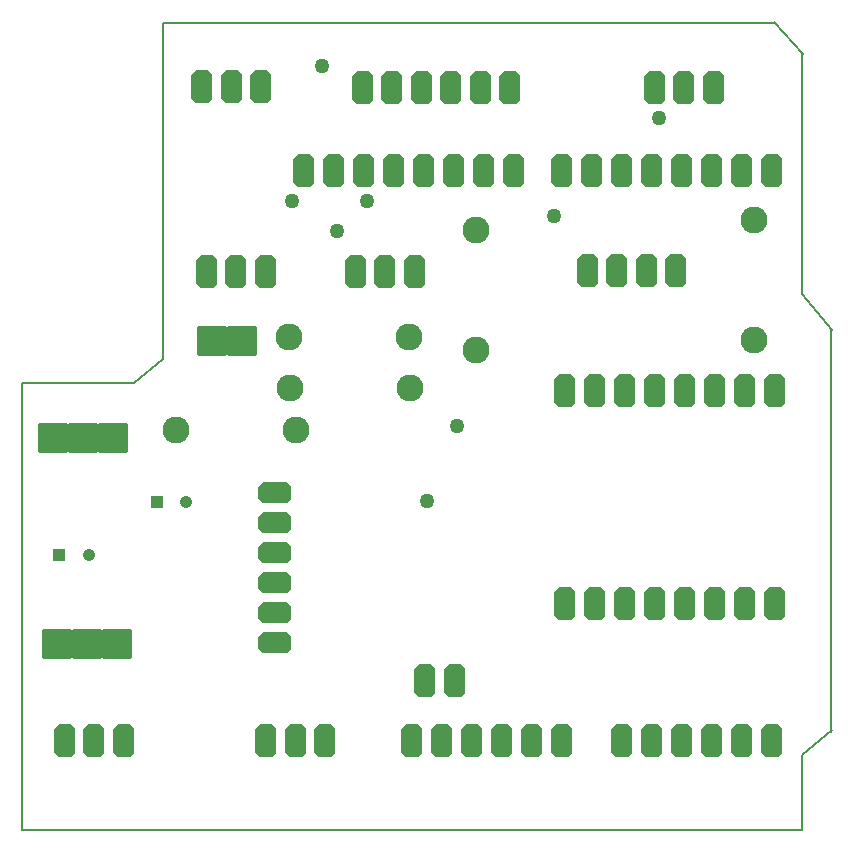
<source format=gbr>
G04 PROTEUS RS274X GERBER FILE*
%FSLAX26Y26*%
%MOIN*%
G01*
%ADD24C,0.050000*%
%AMPPAD017*
4,1,8,
-0.020071,0.055000,
0.020071,0.055000,
0.035000,0.040071,
0.035000,-0.040071,
0.020071,-0.055000,
-0.020071,-0.055000,
-0.035000,-0.040071,
-0.035000,0.040071,
-0.020071,0.055000,
0*%
%ADD25PPAD017*%
%AMPPAD018*
4,1,8,
0.055000,0.020071,
0.055000,-0.020071,
0.040071,-0.035000,
-0.040071,-0.035000,
-0.055000,-0.020071,
-0.055000,0.020071,
-0.040071,0.035000,
0.040071,0.035000,
0.055000,0.020071,
0*%
%ADD26PPAD018*%
%ADD27C,0.090000*%
%AMPPAD020*
4,1,48,
-0.040000,0.050000,
0.040000,0.050000,
0.041039,0.049950,
0.042044,0.049801,
0.043011,0.049559,
0.044812,0.048814,
0.046404,0.047750,
0.047750,0.046403,
0.048813,0.044812,
0.049559,0.043011,
0.049801,0.042044,
0.049950,0.041039,
0.050000,0.040000,
0.050000,-0.040000,
0.049950,-0.041039,
0.049801,-0.042044,
0.049559,-0.043011,
0.048813,-0.044812,
0.047750,-0.046403,
0.046404,-0.047750,
0.044812,-0.048814,
0.043011,-0.049559,
0.042044,-0.049801,
0.041039,-0.049950,
0.040000,-0.050000,
-0.040000,-0.050000,
-0.041039,-0.049950,
-0.042044,-0.049801,
-0.043011,-0.049559,
-0.044812,-0.048814,
-0.046404,-0.047750,
-0.047750,-0.046403,
-0.048813,-0.044812,
-0.049559,-0.043011,
-0.049801,-0.042044,
-0.049950,-0.041039,
-0.050000,-0.040000,
-0.050000,0.040000,
-0.049950,0.041039,
-0.049801,0.042044,
-0.049559,0.043011,
-0.048813,0.044812,
-0.047750,0.046403,
-0.046404,0.047750,
-0.044812,0.048814,
-0.043011,0.049559,
-0.042044,0.049801,
-0.041039,0.049950,
-0.040000,0.050000,
0*%
%ADD28PPAD020*%
%AMPPAD021*
4,1,4,
-0.020669,0.020669,
0.020669,0.020669,
0.020669,-0.020669,
-0.020669,-0.020669,
-0.020669,0.020669,
0*%
%ADD29PPAD021*%
%ADD70C,0.041339*%
%ADD20C,0.008000*%
D24*
X+1350000Y-1200000D03*
X+1450000Y-950000D03*
X+1150000Y-200000D03*
X+1050000Y-300000D03*
X+1775000Y-250000D03*
X+1000000Y+250000D03*
X+900000Y-200000D03*
X+2125000Y+75000D03*
D25*
X+1300000Y-2000000D03*
X+1400000Y-2000000D03*
X+1500000Y-2000000D03*
X+1600000Y-2000000D03*
X+1700000Y-2000000D03*
X+1800000Y-2000000D03*
X+2000000Y-2000000D03*
X+2100000Y-2000000D03*
X+2200000Y-2000000D03*
X+2300000Y-2000000D03*
X+2400000Y-2000000D03*
X+2500000Y-2000000D03*
X+940000Y-100000D03*
X+1040000Y-100000D03*
X+1140000Y-100000D03*
X+1240000Y-100000D03*
X+1340000Y-100000D03*
X+1440000Y-100000D03*
X+1540000Y-100000D03*
X+1640000Y-100000D03*
X+1800000Y-100000D03*
X+1900000Y-100000D03*
X+2000000Y-100000D03*
X+2100000Y-100000D03*
X+2200000Y-100000D03*
X+2300000Y-100000D03*
X+2400000Y-100000D03*
X+2500000Y-100000D03*
X+601850Y+178307D03*
X+700276Y+178307D03*
X+798701Y+178307D03*
X+2111126Y+175244D03*
X+2209551Y+175244D03*
X+2307976Y+175244D03*
X+143937Y-2001142D03*
X+242362Y-2001142D03*
X+340787Y-2001142D03*
X+814929Y-1999929D03*
X+913354Y-1999929D03*
X+1011780Y-1999929D03*
X+1887638Y-435150D03*
X+1986063Y-435150D03*
X+2084488Y-435150D03*
X+2182913Y-435150D03*
X+618110Y-437520D03*
X+716535Y-437520D03*
X+814961Y-437520D03*
X+1114724Y-436339D03*
X+1213150Y-436339D03*
X+1311575Y-436339D03*
X+1345000Y-1800000D03*
X+1443426Y-1800000D03*
D26*
X+846181Y-1172873D03*
X+846181Y-1272873D03*
X+846181Y-1372873D03*
X+846181Y-1472873D03*
X+846181Y-1572873D03*
X+846181Y-1672873D03*
D27*
X+1516024Y-296654D03*
X+1516024Y-696654D03*
X+2440000Y-663000D03*
X+2440000Y-263000D03*
D28*
X+636496Y-668150D03*
X+736496Y-668150D03*
D25*
X+1137795Y+177165D03*
X+1236220Y+177165D03*
X+1334646Y+177165D03*
X+1433071Y+177165D03*
X+1531496Y+177165D03*
X+1629921Y+177165D03*
D27*
X+890276Y-653260D03*
X+1290276Y-653260D03*
D25*
X+2510000Y-835000D03*
X+2410000Y-835000D03*
X+2310000Y-835000D03*
X+2210000Y-835000D03*
X+2110000Y-835000D03*
X+2010000Y-835000D03*
X+1910000Y-835000D03*
X+1810000Y-835000D03*
X+1810000Y-1545000D03*
X+1910000Y-1545000D03*
X+2010000Y-1545000D03*
X+2110000Y-1545000D03*
X+2210000Y-1545000D03*
X+2310000Y-1545000D03*
X+2410000Y-1545000D03*
X+2510000Y-1545000D03*
D28*
X+118283Y-1676000D03*
X+218283Y-1676000D03*
X+318283Y-1676000D03*
X+105000Y-990000D03*
X+205000Y-990000D03*
X+305000Y-990000D03*
D29*
X+125787Y-1380000D03*
D70*
X+224213Y-1380000D03*
D29*
X+450787Y-1205000D03*
D70*
X+549213Y-1205000D03*
D27*
X+895000Y-825000D03*
X+1295000Y-825000D03*
X+515000Y-965000D03*
X+915000Y-965000D03*
D20*
X+472441Y+393701D02*
X+2503937Y+393701D01*
X+0Y-807087D02*
X+0Y-2295276D01*
X+2602362Y-2295276D01*
X+2602362Y+295276D02*
X+2602362Y-511811D01*
X+2696850Y-629921D02*
X+2696850Y-1968504D01*
X+0Y-807087D02*
X+374016Y-807087D01*
X+472441Y-728346D02*
X+472441Y+393701D01*
X+2602362Y-2047244D02*
X+2602362Y-2295276D01*
X+2700787Y-1964567D02*
X+2602362Y-2047244D01*
X+2602362Y-511811D02*
X+2700787Y-629921D01*
X+472441Y-728346D02*
X+374016Y-807087D01*
X+2606299Y+291339D02*
X+2507874Y+397638D01*
M02*

</source>
